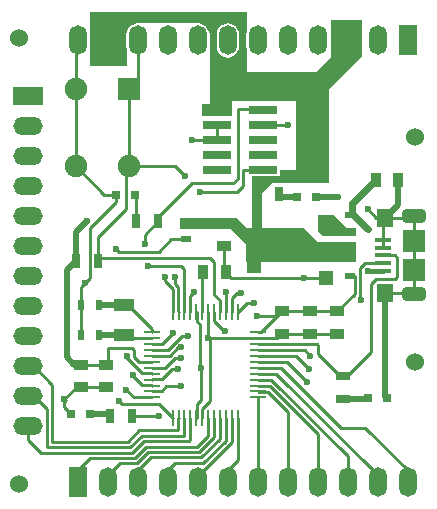
<source format=gtl>
G04 Layer_Physical_Order=1*
G04 Layer_Color=255*
%FSLAX44Y44*%
%MOMM*%
G71*
G01*
G75*
%ADD10R,0.6000X0.9000*%
%ADD11R,1.8000X1.0000*%
%ADD12R,0.9000X0.6000*%
%ADD13R,1.3000X0.7000*%
%ADD14R,0.8000X0.8000*%
%ADD15R,0.9000X1.3000*%
%ADD16R,0.7000X1.3000*%
%ADD17R,1.3000X0.9000*%
%ADD18R,1.3500X0.2900*%
%ADD19R,0.2900X1.3500*%
%ADD20R,2.4000X0.7400*%
%ADD21R,1.9000X1.9000*%
%ADD22R,1.4000X1.6000*%
%ADD23R,1.3500X0.4000*%
%ADD24R,1.3000X3.8000*%
%ADD25R,1.3000X1.3000*%
%ADD26C,0.2540*%
%ADD27C,0.4000*%
%ADD28C,0.6000*%
%ADD29C,0.5000*%
%ADD30C,1.9000*%
%ADD31R,2.5000X1.5000*%
%ADD32O,2.5000X1.5000*%
%ADD33R,1.5000X2.5000*%
%ADD34O,1.5000X2.5000*%
G04:AMPARAMS|DCode=35|XSize=2mm|YSize=1.2mm|CornerRadius=0.36mm|HoleSize=0mm|Usage=FLASHONLY|Rotation=180.000|XOffset=0mm|YOffset=0mm|HoleType=Round|Shape=RoundedRectangle|*
%AMROUNDEDRECTD35*
21,1,2.0000,0.4800,0,0,180.0*
21,1,1.2800,1.2000,0,0,180.0*
1,1,0.7200,-0.6400,0.2400*
1,1,0.7200,0.6400,0.2400*
1,1,0.7200,0.6400,-0.2400*
1,1,0.7200,-0.6400,-0.2400*
%
%ADD35ROUNDEDRECTD35*%
%ADD36C,1.5240*%
%ADD37C,0.6000*%
G36*
X538000Y473000D02*
X546000Y473000D01*
Y466000D01*
X518000D01*
X514000Y470000D01*
Y484000D01*
X527000D01*
X538000Y473000D01*
D02*
G37*
G36*
X454000Y640905D02*
X453413Y639488D01*
X453086Y637000D01*
Y627000D01*
X453413Y624512D01*
X454000Y623095D01*
Y605000D01*
X512000Y605000D01*
X525000Y618000D01*
Y649000D01*
X551000Y649000D01*
X551000Y619000D01*
X523000Y591000D01*
Y511000D01*
X475000D01*
X466000Y502000D01*
Y473000D01*
X502000D01*
X514000Y461000D01*
X546000Y461000D01*
X546000Y444000D01*
X453000Y444000D01*
X453000Y459000D01*
X440000Y472000D01*
X397000D01*
Y482000D01*
X445000D01*
X454000Y473000D01*
X458000D01*
Y516828D01*
X479500D01*
X480293Y516986D01*
X480965Y517435D01*
X481414Y518107D01*
X481572Y518900D01*
Y522000D01*
X495000D01*
Y581000D01*
X441000Y581000D01*
X441000Y568000D01*
X416000D01*
X416000Y578000D01*
X422000D01*
Y638000D01*
X421289Y638711D01*
X421187Y639488D01*
X420226Y641807D01*
X418698Y643798D01*
X416707Y645326D01*
X414388Y646287D01*
X413611Y646389D01*
X413000Y647000D01*
X360000D01*
X359466Y646399D01*
X358612Y646287D01*
X356293Y645326D01*
X354302Y643798D01*
X352774Y641807D01*
X351813Y639488D01*
X351486Y637000D01*
Y627000D01*
X351813Y624512D01*
X352000Y624061D01*
Y610000D01*
X321000D01*
Y656000D01*
X454000D01*
Y640905D01*
D02*
G37*
%LPC*%
G36*
X437300Y646614D02*
X434812Y646287D01*
X432493Y645326D01*
X430502Y643798D01*
X428974Y641807D01*
X428013Y639488D01*
X427686Y637000D01*
Y627000D01*
X428013Y624512D01*
X428974Y622193D01*
X430502Y620202D01*
X432493Y618674D01*
X434812Y617713D01*
X437300Y617386D01*
X439788Y617713D01*
X442107Y618674D01*
X444098Y620202D01*
X445626Y622193D01*
X446587Y624512D01*
X446914Y627000D01*
Y637000D01*
X446587Y639488D01*
X445626Y641807D01*
X444098Y643798D01*
X442107Y645326D01*
X439788Y646287D01*
X437300Y646614D01*
D02*
G37*
%LPD*%
D10*
X327970Y408030D02*
D03*
X312970D02*
D03*
X327970Y382630D02*
D03*
X312970D02*
D03*
D11*
X349680Y407830D02*
D03*
Y382830D02*
D03*
D12*
X541000Y484500D02*
D03*
Y469500D02*
D03*
Y447500D02*
D03*
Y432500D02*
D03*
X402000Y478500D02*
D03*
Y463500D02*
D03*
D13*
X535000Y347500D02*
D03*
Y328500D02*
D03*
D14*
X572000Y329000D02*
D03*
X556000D02*
D03*
X343000Y501000D02*
D03*
X359000D02*
D03*
X305000Y316000D02*
D03*
X321000D02*
D03*
X512000Y499000D02*
D03*
X496000D02*
D03*
D15*
X562500Y514000D02*
D03*
X581500D02*
D03*
X416500Y436000D02*
D03*
X435500D02*
D03*
D16*
X378500Y479000D02*
D03*
X359500D02*
D03*
X356500Y314000D02*
D03*
X337500D02*
D03*
X461500Y502000D02*
D03*
X480500D02*
D03*
X308500Y445000D02*
D03*
X327500D02*
D03*
D17*
X530000Y402500D02*
D03*
Y383500D02*
D03*
X483000Y402500D02*
D03*
Y383500D02*
D03*
X507000Y402500D02*
D03*
Y383500D02*
D03*
X434000Y457500D02*
D03*
Y476500D02*
D03*
X334000Y357500D02*
D03*
Y338500D02*
D03*
X313000Y357500D02*
D03*
Y338500D02*
D03*
D18*
X373260Y384730D02*
D03*
Y379730D02*
D03*
Y374730D02*
D03*
Y369730D02*
D03*
Y364730D02*
D03*
Y359730D02*
D03*
Y354730D02*
D03*
Y349730D02*
D03*
Y344730D02*
D03*
Y339730D02*
D03*
Y334730D02*
D03*
Y329730D02*
D03*
X463260D02*
D03*
Y334730D02*
D03*
Y339730D02*
D03*
Y344730D02*
D03*
Y349730D02*
D03*
Y354730D02*
D03*
Y359730D02*
D03*
Y364730D02*
D03*
Y369730D02*
D03*
Y374730D02*
D03*
Y379730D02*
D03*
Y384730D02*
D03*
D19*
X390760Y312230D02*
D03*
X395760D02*
D03*
X400760D02*
D03*
X405760D02*
D03*
X410760D02*
D03*
X415760D02*
D03*
X420760D02*
D03*
X425760D02*
D03*
X430760D02*
D03*
X435760D02*
D03*
X440760D02*
D03*
X445760D02*
D03*
Y402230D02*
D03*
X440760D02*
D03*
X435760D02*
D03*
X430760D02*
D03*
X425760D02*
D03*
X420760D02*
D03*
X415760D02*
D03*
X410760D02*
D03*
X405760D02*
D03*
X400760D02*
D03*
X395760D02*
D03*
X390760D02*
D03*
D20*
X428500Y573400D02*
D03*
Y560700D02*
D03*
Y548000D02*
D03*
Y535300D02*
D03*
Y522600D02*
D03*
X467500Y573400D02*
D03*
Y560700D02*
D03*
Y548000D02*
D03*
Y535300D02*
D03*
Y522600D02*
D03*
D21*
X595375Y462000D02*
D03*
Y438000D02*
D03*
X353500Y590500D02*
D03*
D22*
X570875Y482000D02*
D03*
Y418000D02*
D03*
D23*
X568625Y463000D02*
D03*
Y456500D02*
D03*
Y450000D02*
D03*
Y443500D02*
D03*
Y437000D02*
D03*
D24*
X459500Y454000D02*
D03*
D25*
X520500Y431000D02*
D03*
Y454000D02*
D03*
Y477000D02*
D03*
D26*
X442000Y511000D02*
X446000Y515000D01*
X407000Y511000D02*
X442000D01*
X378500Y482500D02*
X407000Y511000D01*
X446000Y515000D02*
Y574000D01*
X312970Y422970D02*
X320698Y430698D01*
Y472786D01*
X418000Y648000D02*
X426498Y639502D01*
X351700Y648000D02*
X418000D01*
X335700Y632000D02*
X351700Y648000D01*
X336000Y357500D02*
Y371301D01*
X358301Y363699D02*
Y369699D01*
X356699Y371301D02*
X358301Y369699D01*
X336000Y371301D02*
X356699D01*
X415760Y312230D02*
X415940Y312410D01*
X498000Y518000D02*
Y586000D01*
X441100D02*
X498000D01*
X428500Y573400D02*
X441100Y586000D01*
X494000Y514000D02*
X498000Y518000D01*
X461500Y502000D02*
X473500Y514000D01*
X494000D01*
X426498Y575402D02*
X428500Y573400D01*
X426498Y575402D02*
Y639502D01*
X428500Y548000D02*
Y560700D01*
X563205Y430000D02*
X579000D01*
X545000Y417500D02*
Y432500D01*
X463260Y374730D02*
X513270D01*
X513704Y374296D01*
Y366296D02*
Y374296D01*
Y366296D02*
X532500Y347500D01*
X535000D01*
X538500D01*
X556000Y489000D02*
X563000Y482000D01*
X570875D01*
X445000Y418000D02*
X449000D01*
X440760Y413760D02*
X445000Y418000D01*
X440760Y402230D02*
Y413760D01*
X453530Y410000D02*
X460000D01*
X445760Y402230D02*
X453530Y410000D01*
X435760Y402230D02*
Y419240D01*
X468800Y560000D02*
X488000D01*
X467800Y561000D02*
X468800Y560000D01*
X308500Y525500D02*
Y590500D01*
Y630200D02*
X310300Y632000D01*
X308500Y590500D02*
Y630200D01*
X353170Y407830D02*
X373260Y387740D01*
Y384730D02*
Y387740D01*
X349680Y407830D02*
X353170D01*
X361100Y598100D02*
Y632000D01*
X353500Y590500D02*
X361100Y598100D01*
X353500Y525500D02*
Y590500D01*
X381730Y374730D02*
X390999Y383999D01*
X386730Y369730D02*
X399000Y382000D01*
X404000D01*
X465230Y384730D02*
X479500Y399000D01*
X483000Y402500D01*
X462000Y399000D02*
X479500D01*
X440500Y431000D02*
X522500D01*
X435500Y436000D02*
X440500Y431000D01*
X434000Y437500D02*
X435500Y436000D01*
X434000Y437500D02*
Y457500D01*
X432000Y478500D02*
X434000Y476500D01*
X402000Y478500D02*
X432000D01*
X370000Y441000D02*
X398000D01*
X389500Y463500D02*
X399000D01*
X466900Y574000D02*
X467500Y573400D01*
X398000Y441000D02*
X400760Y438240D01*
X395512Y402478D02*
X395760Y402230D01*
X422000Y448000D02*
X426000Y444000D01*
X327500Y445000D02*
X330500Y448000D01*
X426000Y416794D02*
Y444000D01*
Y416794D02*
X430512Y412282D01*
Y402478D02*
Y412282D01*
Y402478D02*
X430760Y402230D01*
X581000Y432000D02*
Y448000D01*
X579000Y450000D02*
X581000Y448000D01*
X568625Y450000D02*
X579000D01*
X579000Y430000D02*
X581000Y432000D01*
X568625Y479750D02*
X570875Y482000D01*
X568625Y463000D02*
Y479750D01*
X595375Y438000D02*
Y462000D01*
Y419000D02*
Y438000D01*
X594375Y418000D02*
X595375Y419000D01*
X568625Y456500D02*
Y463000D01*
X570875Y482000D02*
X594375D01*
X595375Y483000D01*
Y462000D02*
Y483000D01*
X570875Y418000D02*
X594375D01*
X570875Y330125D02*
X572000Y329000D01*
X415760Y435260D02*
X416500Y436000D01*
X439000Y476500D02*
X461500Y454000D01*
X434000Y476500D02*
X439000D01*
X461500Y454000D02*
Y502000D01*
X535500Y454000D02*
X542000Y447500D01*
X461500Y454000D02*
X535500D01*
X487270Y359730D02*
X504201Y342799D01*
X502672Y369730D02*
X507402Y365000D01*
X495270Y364730D02*
X506000Y354000D01*
X463260Y359730D02*
X487270D01*
X362022Y359978D02*
X372516D01*
X358301Y363699D02*
X362022Y359978D01*
X463260Y364730D02*
X495270D01*
X463260Y369730D02*
X502672D01*
X530000Y402500D02*
X545000Y417500D01*
X507000Y402500D02*
X530000D01*
X483000D02*
X507000D01*
X463260Y384730D02*
X465230D01*
X507000Y383500D02*
X530000D01*
X483000D02*
X507000D01*
X479230Y379730D02*
X483000Y383500D01*
X463260Y379730D02*
X479230D01*
X312970Y408030D02*
Y422970D01*
X308500Y525500D02*
X333000Y501000D01*
X343000D01*
X359000D02*
X359500Y500500D01*
Y479000D02*
Y500500D01*
X313000Y357500D02*
X336000D01*
X351999Y364912D02*
Y364999D01*
X351000Y363912D02*
X351999Y364912D01*
X351000Y363912D02*
X364934Y349978D01*
X357000Y348120D02*
X365142Y339978D01*
X357000Y348120D02*
Y349000D01*
X365142Y339978D02*
X373012D01*
X364934Y349978D02*
X373012D01*
X351000Y336000D02*
X351598D01*
X373260Y374730D02*
X381730D01*
X373260Y369730D02*
X386730D01*
X388198Y364730D02*
X395467Y371999D01*
X397999D01*
X373260Y364730D02*
X388198D01*
X392934Y363000D02*
X398000D01*
X384664Y354730D02*
X392934Y363000D01*
X373260Y354730D02*
X384664D01*
X345000Y325500D02*
Y327000D01*
X351598Y336000D02*
X357868Y329730D01*
X373012Y339978D02*
X373260Y339730D01*
X373012Y344978D02*
X381378D01*
X385400Y339000D02*
X398000D01*
X381378Y334978D02*
X385400Y339000D01*
X373012Y334978D02*
X381378D01*
X357868Y329730D02*
X373260D01*
X373012Y349978D02*
X373260Y349730D01*
X373012Y344978D02*
X373260Y344730D01*
X373012Y334978D02*
X373260Y334730D01*
X372516Y359978D02*
X373012Y359482D01*
X395512Y301986D02*
Y311982D01*
X395386Y301860D02*
X395512Y301986D01*
X362631Y301860D02*
X395386D01*
X352861Y292090D02*
X362631Y301860D01*
X268000Y294000D02*
Y310300D01*
X395512Y311982D02*
X395760Y312230D01*
X364525Y297288D02*
X400288D01*
X354755Y287518D02*
X364525Y297288D01*
X284000Y287518D02*
X354755D01*
X366419Y292716D02*
X404716D01*
X356649Y282946D02*
X366419Y292716D01*
X279054Y282946D02*
X356649D01*
X411281Y288144D02*
X420512Y297375D01*
X368312Y288144D02*
X411281D01*
X358542Y278374D02*
X368312Y288144D01*
X320674Y278374D02*
X358542D01*
X346268Y273802D02*
X360436D01*
X340466Y268000D02*
X346268Y273802D01*
X360436D02*
X370206Y283572D01*
X413175D02*
X425512Y295909D01*
X370206Y283572D02*
X413175D01*
X400288Y297288D02*
X400760Y297760D01*
X404716Y292716D02*
X405512Y293512D01*
X268000Y335700D02*
X284000Y319700D01*
X415068Y279000D02*
X430512Y294444D01*
X372100Y279000D02*
X415068D01*
X361100Y268000D02*
X372100Y279000D01*
X416534Y274000D02*
X435512Y292978D01*
X392500Y274000D02*
X416534D01*
X386500Y268000D02*
X392500Y274000D01*
X400760Y297760D02*
Y312230D01*
X420512Y297375D02*
Y311982D01*
X405512Y293512D02*
Y311982D01*
X335700Y268000D02*
X340466D01*
X268000Y361100D02*
X288572Y340528D01*
X395512Y312478D02*
X395760Y312230D01*
X313000Y338500D02*
X336000D01*
X405512Y311982D02*
X405760Y312230D01*
X417000Y268000D02*
X440760Y291760D01*
X553700Y304000D02*
X589700Y268000D01*
X533000Y304000D02*
X553700D01*
X482270Y354730D02*
X533000Y304000D01*
X463260Y354730D02*
X482270D01*
X560000Y268000D02*
X564300D01*
X478270Y349730D02*
X560000Y268000D01*
X463260Y349730D02*
X478270D01*
X538900Y268000D02*
Y279891D01*
X474309Y344482D02*
X538900Y279891D01*
X463508Y344482D02*
X474309D01*
X513500Y268000D02*
Y298825D01*
X472843Y339482D02*
X513500Y298825D01*
X463508Y339482D02*
X472843D01*
X488100Y268000D02*
Y317760D01*
X471378Y334482D02*
X488100Y317760D01*
X463508Y334482D02*
X471378D01*
X463260Y344730D02*
X463508Y344482D01*
X463260Y339730D02*
X463508Y339482D01*
X463260Y334730D02*
X463508Y334482D01*
X463260Y268560D02*
Y329730D01*
X425512Y295909D02*
Y311982D01*
X430512Y294444D02*
Y311982D01*
X435512Y292978D02*
Y311982D01*
X440760Y291760D02*
Y312230D01*
X411900Y268000D02*
X417000D01*
X437300D02*
X445760Y276460D01*
Y312230D01*
X435512Y311982D02*
X435760Y312230D01*
X430512Y311982D02*
X430760Y312230D01*
X425512Y311982D02*
X425760Y312230D01*
X420512Y311982D02*
X420760Y312230D01*
X312970Y382630D02*
Y408030D01*
X349480Y382630D02*
X352380Y379730D01*
X373260D01*
X538500Y347500D02*
X559000Y368000D01*
Y425795D01*
X563205Y430000D01*
X367000Y460000D02*
Y467500D01*
X378500Y479000D01*
X384000Y428520D02*
Y432000D01*
X392999Y425987D02*
Y431999D01*
X390760Y402230D02*
Y421760D01*
X384000Y428520D02*
X390760Y421760D01*
X395512Y402478D02*
Y423474D01*
X392999Y425987D02*
X395512Y423474D01*
X405760Y402230D02*
Y415760D01*
X400760Y402230D02*
Y438240D01*
X415760Y402230D02*
Y435260D01*
X405760Y415760D02*
X409000Y419000D01*
X288572Y292090D02*
Y340528D01*
Y292090D02*
X352861D01*
X284000Y287518D02*
Y319700D01*
X268000Y294000D02*
X279054Y282946D01*
X310300Y268000D02*
X320674Y278374D01*
X549698Y412302D02*
X550000Y412000D01*
X549698Y412302D02*
Y439610D01*
X553588Y443500D01*
X568625D01*
X498000Y586000D02*
X538900Y626900D01*
Y632000D01*
X407000Y548000D02*
X428500D01*
X420760Y380000D02*
Y402230D01*
X415940Y312410D02*
Y320280D01*
X411008Y394112D02*
Y401982D01*
X410760Y402230D02*
X411008Y401982D01*
X410760Y312230D02*
X411008Y312478D01*
X307500Y357500D02*
X313000D01*
X378500Y479000D02*
Y482500D01*
X353500Y525500D02*
X392500D01*
X401000Y517000D01*
X351000Y523000D02*
X353500Y525500D01*
X327500Y445000D02*
Y465500D01*
X351000Y489000D01*
Y523000D01*
X320698Y472786D02*
X343000Y495088D01*
Y501000D01*
X330500Y448000D02*
X422000D01*
X446000Y574000D02*
X466900D01*
X450572Y509106D02*
Y522600D01*
X467500D01*
X414000Y504000D02*
X445466D01*
X450572Y509106D01*
X480500Y502000D02*
X483500Y499000D01*
X343000Y455000D02*
X345000Y453000D01*
X379000D01*
X389500Y463500D01*
X378990Y324000D02*
X390760Y312230D01*
X345000Y327000D02*
X348000Y324000D01*
X378990D01*
X425760Y394240D02*
Y402230D01*
X356500Y314000D02*
X379000D01*
X420760Y380000D02*
X421030Y379730D01*
X422302Y378458D01*
Y326642D02*
Y378458D01*
X415940Y320280D02*
X422302Y326642D01*
X411008Y394112D02*
X414000Y391120D01*
X415000Y327805D02*
Y355000D01*
X414000Y356000D02*
X415000Y355000D01*
X414000Y356000D02*
Y391120D01*
X390400Y354000D02*
X395000D01*
X381378Y344978D02*
X390400Y354000D01*
X411008Y312478D02*
Y323814D01*
X415000Y327805D01*
X425760Y394240D02*
X434000Y386000D01*
X435000D01*
X421030Y379730D02*
X421062Y379698D01*
X463228D02*
X463260Y379730D01*
X421062Y379698D02*
X463228D01*
X309500Y338500D02*
X313000D01*
X299000Y328000D02*
X309500Y338500D01*
X299000Y322000D02*
X305000Y316000D01*
X299000Y322000D02*
Y326000D01*
X300500Y327500D01*
D27*
X533500Y468500D02*
X542000D01*
X525000Y477000D02*
X533500Y468500D01*
X522500Y477000D02*
X525000D01*
X556000Y437000D02*
X568625D01*
D28*
X543000Y494500D02*
X562500Y514000D01*
X543000Y485000D02*
Y494500D01*
Y485000D02*
X556000Y472000D01*
D29*
X512000Y499000D02*
X531000D01*
X570875Y482000D02*
X581500Y492625D01*
Y514000D01*
X570875Y330125D02*
Y418000D01*
X535000Y328500D02*
X555500D01*
X327970Y382630D02*
X349480D01*
X328170Y407830D02*
X349680D01*
X301000Y364000D02*
X307500Y357500D01*
X301000Y364000D02*
Y437500D01*
X308500Y445000D01*
X321000Y316000D02*
X335500D01*
X483500Y499000D02*
X496000D01*
X308500Y445000D02*
Y469500D01*
X318000Y479000D01*
D30*
X308500Y590500D02*
D03*
Y525500D02*
D03*
X353500D02*
D03*
D31*
X268000Y584700D02*
D03*
D32*
Y559300D02*
D03*
Y533900D02*
D03*
Y508500D02*
D03*
Y483100D02*
D03*
Y457700D02*
D03*
Y432300D02*
D03*
Y406900D02*
D03*
Y381500D02*
D03*
Y356100D02*
D03*
Y330700D02*
D03*
Y305300D02*
D03*
D33*
X310300Y258000D02*
D03*
X589700Y632000D02*
D03*
D34*
X335700Y258000D02*
D03*
X361100D02*
D03*
X386500D02*
D03*
X411900D02*
D03*
X437300D02*
D03*
X462700D02*
D03*
X488100D02*
D03*
X513500D02*
D03*
X538900D02*
D03*
X564300D02*
D03*
X589700D02*
D03*
X564300Y632000D02*
D03*
X538900D02*
D03*
X513500D02*
D03*
X488100D02*
D03*
X462700D02*
D03*
X437300D02*
D03*
X411900D02*
D03*
X386500D02*
D03*
X361100D02*
D03*
X335700D02*
D03*
X310300D02*
D03*
D35*
X595375Y483000D02*
D03*
Y417000D02*
D03*
D36*
X261000Y256000D02*
D03*
Y634000D02*
D03*
X596000Y360000D02*
D03*
Y550000D02*
D03*
D37*
X316834Y426834D02*
D03*
X318000Y479000D02*
D03*
X531000Y499000D02*
D03*
X556000Y489000D02*
D03*
X449000Y418000D02*
D03*
X435760Y419240D02*
D03*
X488000Y560000D02*
D03*
X460000Y410000D02*
D03*
X390999Y383999D02*
D03*
X404000Y382000D02*
D03*
X462000Y399000D02*
D03*
X370000Y441000D02*
D03*
X384000Y432000D02*
D03*
X392999Y431999D02*
D03*
X507402Y365000D02*
D03*
X506000Y354000D02*
D03*
X504402Y343000D02*
D03*
X351999Y364999D02*
D03*
X357000Y349000D02*
D03*
X351000Y336000D02*
D03*
X397999Y371999D02*
D03*
X398000Y363000D02*
D03*
X345000Y327000D02*
D03*
X398000Y339000D02*
D03*
X367000Y460000D02*
D03*
X409000Y419000D02*
D03*
X550000Y412000D02*
D03*
X556000Y437000D02*
D03*
Y472000D02*
D03*
X502000Y431000D02*
D03*
X407000Y548000D02*
D03*
X401000Y517000D02*
D03*
X414000Y504000D02*
D03*
X343000Y455000D02*
D03*
X299000Y328000D02*
D03*
X379000Y314000D02*
D03*
X421030Y379730D02*
D03*
X415000Y355000D02*
D03*
X395000Y354000D02*
D03*
X435000Y386000D02*
D03*
M02*

</source>
